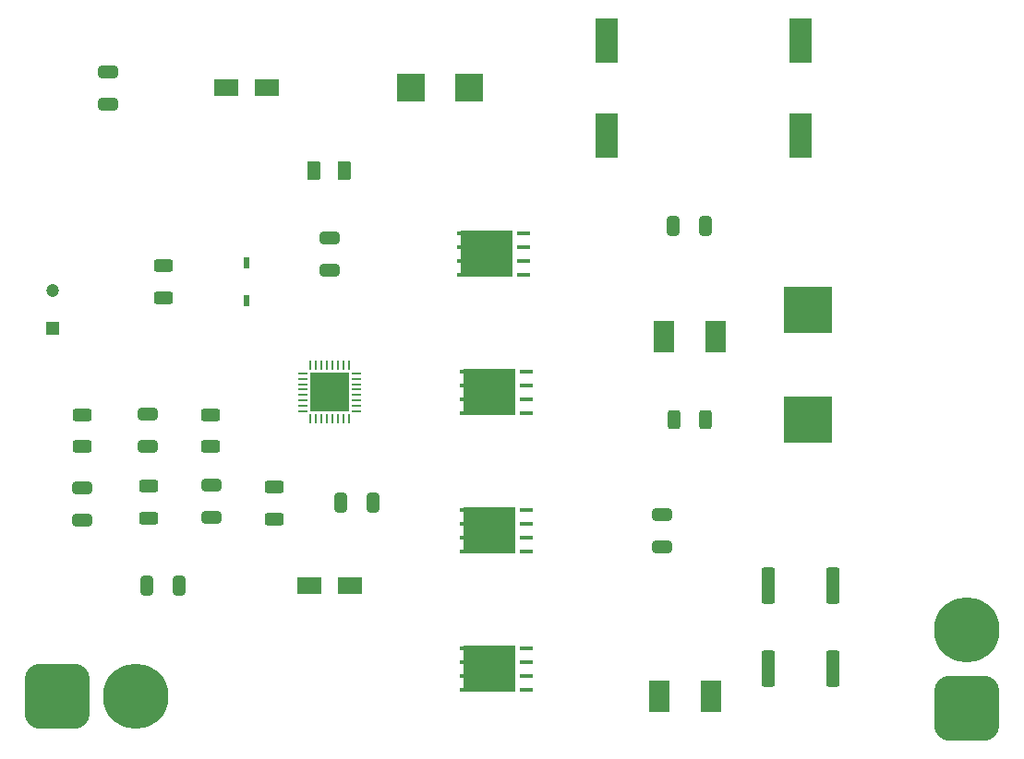
<source format=gts>
%TF.GenerationSoftware,KiCad,Pcbnew,7.0.2*%
%TF.CreationDate,2023-06-26T22:07:46-07:00*%
%TF.ProjectId,19V 10A Standalone,31395620-3130-4412-9053-74616e64616c,rev?*%
%TF.SameCoordinates,Original*%
%TF.FileFunction,Soldermask,Top*%
%TF.FilePolarity,Negative*%
%FSLAX46Y46*%
G04 Gerber Fmt 4.6, Leading zero omitted, Abs format (unit mm)*
G04 Created by KiCad (PCBNEW 7.0.2) date 2023-06-26 22:07:46*
%MOMM*%
%LPD*%
G01*
G04 APERTURE LIST*
G04 Aperture macros list*
%AMRoundRect*
0 Rectangle with rounded corners*
0 $1 Rounding radius*
0 $2 $3 $4 $5 $6 $7 $8 $9 X,Y pos of 4 corners*
0 Add a 4 corners polygon primitive as box body*
4,1,4,$2,$3,$4,$5,$6,$7,$8,$9,$2,$3,0*
0 Add four circle primitives for the rounded corners*
1,1,$1+$1,$2,$3*
1,1,$1+$1,$4,$5*
1,1,$1+$1,$6,$7*
1,1,$1+$1,$8,$9*
0 Add four rect primitives between the rounded corners*
20,1,$1+$1,$2,$3,$4,$5,0*
20,1,$1+$1,$4,$5,$6,$7,0*
20,1,$1+$1,$6,$7,$8,$9,0*
20,1,$1+$1,$8,$9,$2,$3,0*%
G04 Aperture macros list end*
%ADD10R,2.184400X1.625600*%
%ADD11RoundRect,0.250000X-0.625000X0.312500X-0.625000X-0.312500X0.625000X-0.312500X0.625000X0.312500X0*%
%ADD12R,2.000000X4.100000*%
%ADD13RoundRect,0.250000X-0.375000X-0.625000X0.375000X-0.625000X0.375000X0.625000X-0.375000X0.625000X0*%
%ADD14RoundRect,0.250000X0.650000X-0.325000X0.650000X0.325000X-0.650000X0.325000X-0.650000X-0.325000X0*%
%ADD15RoundRect,0.250000X0.625000X-0.312500X0.625000X0.312500X-0.625000X0.312500X-0.625000X-0.312500X0*%
%ADD16R,4.521200X4.241800*%
%ADD17R,1.143000X0.431800*%
%ADD18R,0.965200X0.431800*%
%ADD19R,4.700600X4.241800*%
%ADD20RoundRect,0.250000X-0.650000X0.325000X-0.650000X-0.325000X0.650000X-0.325000X0.650000X0.325000X0*%
%ADD21R,1.917700X2.997200*%
%ADD22RoundRect,0.250000X-0.362500X-1.425000X0.362500X-1.425000X0.362500X1.425000X-0.362500X1.425000X0*%
%ADD23R,2.560396X2.499995*%
%ADD24R,0.804800X0.249200*%
%ADD25R,0.249200X0.804800*%
%ADD26R,3.550000X3.550000*%
%ADD27R,1.200000X1.200000*%
%ADD28C,1.200000*%
%ADD29RoundRect,0.250000X-0.312500X-0.625000X0.312500X-0.625000X0.312500X0.625000X-0.312500X0.625000X0*%
%ADD30RoundRect,1.500000X1.500000X-1.500000X1.500000X1.500000X-1.500000X1.500000X-1.500000X-1.500000X0*%
%ADD31C,6.000000*%
%ADD32RoundRect,1.500000X-1.500000X-1.500000X1.500000X-1.500000X1.500000X1.500000X-1.500000X1.500000X0*%
%ADD33RoundRect,0.250000X0.325000X0.650000X-0.325000X0.650000X-0.325000X-0.650000X0.325000X-0.650000X0*%
%ADD34RoundRect,0.250000X-0.325000X-0.650000X0.325000X-0.650000X0.325000X0.650000X-0.325000X0.650000X0*%
%ADD35R,0.600800X1.111200*%
G04 APERTURE END LIST*
D10*
X112445800Y-45720000D03*
X116154200Y-45720000D03*
D11*
X116840000Y-82357500D03*
X116840000Y-85282500D03*
D12*
X147320000Y-50070000D03*
X147320000Y-41370000D03*
D13*
X120520000Y-53340000D03*
X123320000Y-53340000D03*
D14*
X99253339Y-85351580D03*
X99253339Y-82401580D03*
D15*
X105326697Y-85185046D03*
X105326697Y-82260046D03*
D10*
X120065800Y-91440000D03*
X123774200Y-91440000D03*
D16*
X165798500Y-66045001D03*
X165798500Y-76194999D03*
D15*
X111044840Y-78641718D03*
X111044840Y-75716718D03*
D17*
X139966700Y-75565000D03*
X139966700Y-74295000D03*
X139966700Y-73025000D03*
X139966700Y-71755000D03*
D18*
X134264400Y-71755000D03*
X134264400Y-73025000D03*
X134264400Y-74295000D03*
D19*
X136614700Y-73660000D03*
D18*
X134264400Y-75565000D03*
D20*
X101600000Y-44245000D03*
X101600000Y-47195000D03*
D17*
X139966700Y-100965000D03*
X139966700Y-99695000D03*
X139966700Y-98425000D03*
X139966700Y-97155000D03*
D18*
X134264400Y-97155000D03*
X134264400Y-98425000D03*
X134264400Y-99695000D03*
D19*
X136614700Y-99060000D03*
D18*
X134264400Y-100965000D03*
D20*
X111131291Y-82167392D03*
X111131291Y-85117392D03*
D21*
X152148950Y-101600000D03*
X156886050Y-101600000D03*
D22*
X162137500Y-99060000D03*
X168062500Y-99060000D03*
D11*
X106680000Y-62037500D03*
X106680000Y-64962500D03*
D22*
X162137500Y-91440000D03*
X168062500Y-91440000D03*
D23*
X129407806Y-45720000D03*
X134752194Y-45720000D03*
D21*
X152571450Y-68580000D03*
X157308550Y-68580000D03*
D24*
X119467600Y-71910001D03*
X119467600Y-72410000D03*
X119467600Y-72909999D03*
X119467600Y-73410000D03*
X119467600Y-73910000D03*
X119467600Y-74410001D03*
X119467600Y-74910000D03*
X119467600Y-75409999D03*
D25*
X120170001Y-76112400D03*
X120670000Y-76112400D03*
X121169999Y-76112400D03*
X121670000Y-76112400D03*
X122170000Y-76112400D03*
X122670001Y-76112400D03*
X123170000Y-76112400D03*
X123669999Y-76112400D03*
D24*
X124372400Y-75409999D03*
X124372400Y-74910000D03*
X124372400Y-74410001D03*
X124372400Y-73910000D03*
X124372400Y-73410000D03*
X124372400Y-72909999D03*
X124372400Y-72410000D03*
X124372400Y-71910001D03*
D25*
X123669999Y-71207600D03*
X123170000Y-71207600D03*
X122670001Y-71207600D03*
X122170000Y-71207600D03*
X121670000Y-71207600D03*
X121169999Y-71207600D03*
X120670000Y-71207600D03*
X120170001Y-71207600D03*
D26*
X121920000Y-73660000D03*
D27*
X96520000Y-67790000D03*
D28*
X96520000Y-64290000D03*
D29*
X153477500Y-76200000D03*
X156402500Y-76200000D03*
D12*
X165100000Y-50070000D03*
X165100000Y-41370000D03*
D30*
X180340000Y-102660000D03*
D31*
X180340000Y-95460000D03*
D20*
X121920000Y-59485000D03*
X121920000Y-62435000D03*
D17*
X139966700Y-88265000D03*
X139966700Y-86995000D03*
X139966700Y-85725000D03*
X139966700Y-84455000D03*
D18*
X134264400Y-84455000D03*
X134264400Y-85725000D03*
X134264400Y-86995000D03*
D19*
X136614700Y-86360000D03*
D18*
X134264400Y-88265000D03*
D14*
X105213005Y-78638651D03*
X105213005Y-75688651D03*
X152400000Y-87835000D03*
X152400000Y-84885000D03*
D32*
X96940000Y-101600000D03*
D31*
X104140000Y-101600000D03*
D15*
X99210897Y-78630716D03*
X99210897Y-75705716D03*
D17*
X139700000Y-62865000D03*
X139700000Y-61595000D03*
X139700000Y-60325000D03*
X139700000Y-59055000D03*
D18*
X133997700Y-59055000D03*
X133997700Y-60325000D03*
X133997700Y-61595000D03*
D19*
X136348000Y-60960000D03*
D18*
X133997700Y-62865000D03*
D33*
X125935000Y-83820000D03*
X122985000Y-83820000D03*
D34*
X153465000Y-58420000D03*
X156415000Y-58420000D03*
D33*
X108155000Y-91440000D03*
X105205000Y-91440000D03*
D35*
X114300000Y-61775000D03*
X114300000Y-65225000D03*
M02*

</source>
